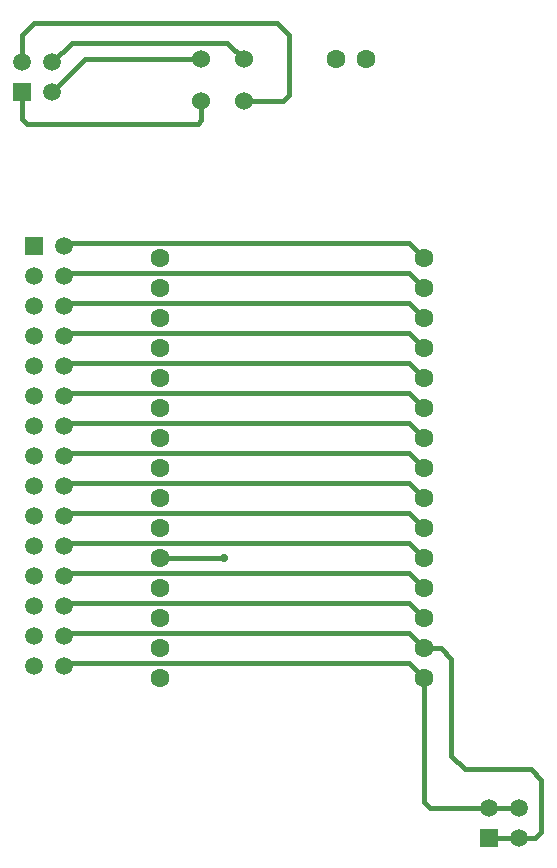
<source format=gbl>
G04*
G04 #@! TF.GenerationSoftware,Altium Limited,CircuitStudio,1.5.1 (13)*
G04*
G04 Layer_Physical_Order=2*
G04 Layer_Color=12500520*
%FSLAX43Y43*%
%MOMM*%
G71*
G01*
G75*
%ADD11C,0.400*%
%ADD12C,1.500*%
%ADD13R,1.500X1.500*%
%ADD14C,1.600*%
%ADD15R,1.500X1.500*%
%ADD16C,1.524*%
%ADD17C,0.700*%
D11*
X116608Y176123D02*
X126400D01*
X113792Y173307D02*
X116608Y176123D01*
X113792Y175847D02*
X115443Y177498D01*
X145257Y126214D02*
X146685D01*
X126400Y170929D02*
Y172523D01*
X126111Y170640D02*
X126400Y170929D01*
X111633Y170640D02*
X126111D01*
X111252Y171021D02*
X111633Y170640D01*
X111252Y171021D02*
Y173307D01*
X128625Y177498D02*
X130000Y176123D01*
X115443Y177498D02*
X128625D01*
X130000Y172523D02*
X133328D01*
X133858Y173053D01*
Y178133D01*
X132842Y179149D02*
X133858Y178133D01*
X112268Y179149D02*
X132842D01*
X111252Y178133D02*
X112268Y179149D01*
X111252Y175847D02*
Y178133D01*
X114808Y157948D02*
X144003D01*
X114808Y124928D02*
X144003D01*
X114808Y124690D02*
Y124928D01*
X144003D02*
X145257Y123674D01*
X114808Y127230D02*
Y127468D01*
X144003D02*
X145257Y126214D01*
X114808Y129770D02*
Y130008D01*
X144003D02*
X145257Y128754D01*
X114808Y130008D02*
X144003D01*
X114808Y132310D02*
Y132548D01*
X144003D02*
X145257Y131294D01*
X114808Y132548D02*
X144003D01*
X114808Y134850D02*
Y135088D01*
X144003D02*
X145257Y133834D01*
X114808Y135088D02*
X144003D01*
X114808Y137390D02*
Y137628D01*
X144003D02*
X145257Y136374D01*
X114808Y137628D02*
X144003D01*
X114808Y139930D02*
Y140168D01*
X144003D02*
X145257Y138914D01*
X114808Y140168D02*
X144003D01*
X114808Y142470D02*
Y142708D01*
X144003D02*
X145257Y141454D01*
X114808Y142708D02*
X144003D01*
X114808Y145010D02*
Y145248D01*
X144003D02*
X145257Y143994D01*
X114808Y147550D02*
Y147788D01*
X144003D02*
X145257Y146534D01*
X114808Y150090D02*
Y150328D01*
X144003D02*
X145257Y149074D01*
X114808Y150328D02*
X144003D01*
X114808Y152630D02*
Y152868D01*
X144003D02*
X145257Y151614D01*
X114808Y152868D02*
X144003D01*
X114808Y155170D02*
Y155408D01*
X144003D02*
X145257Y154154D01*
X114808Y157710D02*
Y157948D01*
X144003D02*
X145257Y156694D01*
X114808Y160488D02*
X144003D01*
X145257Y159234D01*
X114808Y160250D02*
Y160488D01*
Y145248D02*
X144003D01*
X122967Y133834D02*
X128373D01*
X114808Y147788D02*
X144003D01*
X114808Y127468D02*
X144003D01*
X114808Y155408D02*
X144003D01*
X147574Y117094D02*
Y125325D01*
X146685Y126214D02*
X147574Y125325D01*
Y117094D02*
X148717Y115951D01*
X154305D01*
X150749Y110109D02*
X153289D01*
X150749Y112649D02*
X153289D01*
Y110109D02*
X154686D01*
X155194Y110617D01*
Y115062D01*
X154305Y115951D02*
X155194Y115062D01*
X145257Y113188D02*
Y123674D01*
Y113188D02*
X145796Y112649D01*
X150749D01*
D12*
X153289D02*
D03*
Y110109D02*
D03*
X150749Y112649D02*
D03*
X113792Y175847D02*
D03*
Y173307D02*
D03*
X111252Y175847D02*
D03*
X114808Y124690D02*
D03*
Y127230D02*
D03*
Y129770D02*
D03*
Y132310D02*
D03*
Y134850D02*
D03*
Y137390D02*
D03*
Y139930D02*
D03*
Y142470D02*
D03*
Y145010D02*
D03*
Y147550D02*
D03*
Y150090D02*
D03*
Y152630D02*
D03*
Y155170D02*
D03*
Y157710D02*
D03*
Y160250D02*
D03*
X112268Y124690D02*
D03*
Y127230D02*
D03*
Y129770D02*
D03*
Y132310D02*
D03*
Y134850D02*
D03*
Y137390D02*
D03*
Y139930D02*
D03*
Y142470D02*
D03*
Y145010D02*
D03*
Y147550D02*
D03*
Y150090D02*
D03*
Y152630D02*
D03*
Y155170D02*
D03*
Y157710D02*
D03*
D13*
X150749Y110109D02*
D03*
X111252Y173307D02*
D03*
D14*
X140335Y176101D02*
D03*
X137795D02*
D03*
X145257Y159234D02*
D03*
Y156694D02*
D03*
Y154154D02*
D03*
Y151614D02*
D03*
Y149074D02*
D03*
Y146534D02*
D03*
Y143994D02*
D03*
Y141454D02*
D03*
Y138914D02*
D03*
Y136374D02*
D03*
Y133834D02*
D03*
Y131294D02*
D03*
Y128754D02*
D03*
Y126214D02*
D03*
Y123674D02*
D03*
X122967Y159234D02*
D03*
Y156694D02*
D03*
Y154154D02*
D03*
Y151614D02*
D03*
Y149074D02*
D03*
Y146534D02*
D03*
Y143994D02*
D03*
Y141454D02*
D03*
Y138914D02*
D03*
Y136374D02*
D03*
Y133834D02*
D03*
Y131294D02*
D03*
Y128754D02*
D03*
Y126214D02*
D03*
Y123674D02*
D03*
D15*
X112268Y160250D02*
D03*
D16*
X130000Y172523D02*
D03*
X126400D02*
D03*
Y176123D02*
D03*
X130000D02*
D03*
D17*
X128373Y133834D02*
D03*
M02*

</source>
